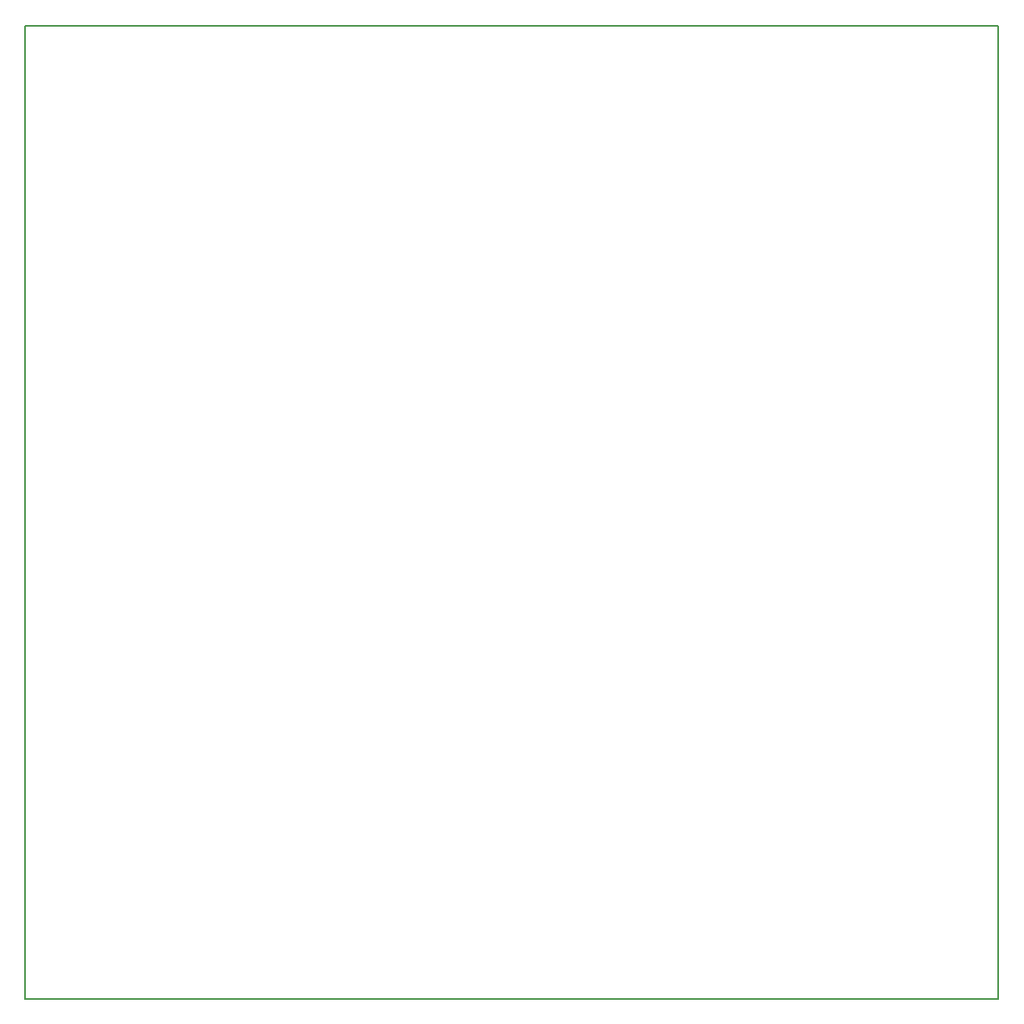
<source format=gm1>
G04 MADE WITH FRITZING*
G04 WWW.FRITZING.ORG*
G04 DOUBLE SIDED*
G04 HOLES PLATED*
G04 CONTOUR ON CENTER OF CONTOUR VECTOR*
%ASAXBY*%
%FSLAX23Y23*%
%MOIN*%
%OFA0B0*%
%SFA1.0B1.0*%
%ADD10R,3.897640X3.897640*%
%ADD11C,0.008000*%
%ADD10C,0.008*%
%LNCONTOUR*%
G90*
G70*
G54D10*
G54D11*
X4Y3894D02*
X3894Y3894D01*
X3894Y4D01*
X4Y4D01*
X4Y3894D01*
D02*
G04 End of contour*
M02*
</source>
